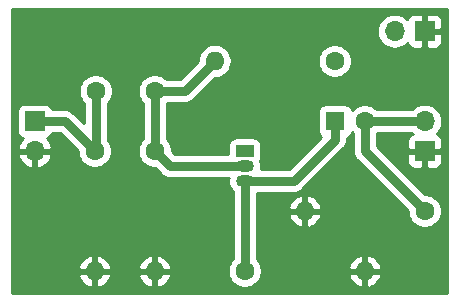
<source format=gbr>
G04 #@! TF.GenerationSoftware,KiCad,Pcbnew,(5.1.2-1)-1*
G04 #@! TF.CreationDate,2019-07-20T09:19:37-07:00*
G04 #@! TF.ProjectId,Buffer,42756666-6572-42e6-9b69-6361645f7063,rev?*
G04 #@! TF.SameCoordinates,Original*
G04 #@! TF.FileFunction,Copper,L1,Top*
G04 #@! TF.FilePolarity,Positive*
%FSLAX46Y46*%
G04 Gerber Fmt 4.6, Leading zero omitted, Abs format (unit mm)*
G04 Created by KiCad (PCBNEW (5.1.2-1)-1) date 2019-07-20 09:19:37*
%MOMM*%
%LPD*%
G04 APERTURE LIST*
%ADD10O,1.700000X1.700000*%
%ADD11R,1.700000X1.700000*%
%ADD12O,1.600000X1.600000*%
%ADD13C,1.600000*%
%ADD14R,1.500000X1.050000*%
%ADD15O,1.500000X1.050000*%
%ADD16R,1.600000X1.600000*%
%ADD17C,0.762000*%
%ADD18C,0.254000*%
G04 APERTURE END LIST*
D10*
X160020000Y-78740000D03*
D11*
X162560000Y-78740000D03*
D12*
X152400000Y-93980000D03*
D13*
X162560000Y-93980000D03*
D12*
X157480000Y-99060000D03*
D13*
X147320000Y-99060000D03*
D12*
X139700000Y-99060000D03*
D13*
X139700000Y-88900000D03*
D12*
X144780000Y-81280000D03*
D13*
X154940000Y-81280000D03*
D12*
X134620000Y-99060000D03*
D13*
X134620000Y-88900000D03*
D14*
X147320000Y-88900000D03*
D15*
X147320000Y-91440000D03*
X147320000Y-90170000D03*
D10*
X162560000Y-86360000D03*
D11*
X162560000Y-88900000D03*
D10*
X129540000Y-88900000D03*
D11*
X129540000Y-86360000D03*
D13*
X157480000Y-86360000D03*
D16*
X154980000Y-86360000D03*
D13*
X134700000Y-83820000D03*
X139700000Y-83820000D03*
D17*
X132080000Y-86360000D02*
X134620000Y-88900000D01*
X129540000Y-86360000D02*
X132080000Y-86360000D01*
X134700000Y-88820000D02*
X134620000Y-88900000D01*
X134700000Y-83820000D02*
X134700000Y-88820000D01*
X139700000Y-88900000D02*
X139700000Y-83820000D01*
X142240000Y-83820000D02*
X144780000Y-81280000D01*
X139700000Y-83820000D02*
X142240000Y-83820000D01*
X140970000Y-90170000D02*
X139700000Y-88900000D01*
X147320000Y-90170000D02*
X140970000Y-90170000D01*
X157480000Y-86360000D02*
X162560000Y-86360000D01*
X157480000Y-88900000D02*
X157480000Y-86360000D01*
X162560000Y-93980000D02*
X157480000Y-88900000D01*
X147320000Y-91440000D02*
X147320000Y-99060000D01*
X154980000Y-87922000D02*
X154980000Y-86360000D01*
X151462000Y-91440000D02*
X154980000Y-87922000D01*
X147320000Y-91440000D02*
X151462000Y-91440000D01*
D18*
G36*
X164440001Y-100940000D02*
G01*
X127660000Y-100940000D01*
X127660000Y-99409040D01*
X133228091Y-99409040D01*
X133322930Y-99673881D01*
X133467615Y-99915131D01*
X133656586Y-100123519D01*
X133882580Y-100291037D01*
X134136913Y-100411246D01*
X134270961Y-100451904D01*
X134493000Y-100329915D01*
X134493000Y-99187000D01*
X134747000Y-99187000D01*
X134747000Y-100329915D01*
X134969039Y-100451904D01*
X135103087Y-100411246D01*
X135357420Y-100291037D01*
X135583414Y-100123519D01*
X135772385Y-99915131D01*
X135917070Y-99673881D01*
X136011909Y-99409040D01*
X138308091Y-99409040D01*
X138402930Y-99673881D01*
X138547615Y-99915131D01*
X138736586Y-100123519D01*
X138962580Y-100291037D01*
X139216913Y-100411246D01*
X139350961Y-100451904D01*
X139573000Y-100329915D01*
X139573000Y-99187000D01*
X139827000Y-99187000D01*
X139827000Y-100329915D01*
X140049039Y-100451904D01*
X140183087Y-100411246D01*
X140437420Y-100291037D01*
X140663414Y-100123519D01*
X140852385Y-99915131D01*
X140997070Y-99673881D01*
X141091909Y-99409040D01*
X140970624Y-99187000D01*
X139827000Y-99187000D01*
X139573000Y-99187000D01*
X138429376Y-99187000D01*
X138308091Y-99409040D01*
X136011909Y-99409040D01*
X135890624Y-99187000D01*
X134747000Y-99187000D01*
X134493000Y-99187000D01*
X133349376Y-99187000D01*
X133228091Y-99409040D01*
X127660000Y-99409040D01*
X127660000Y-98710960D01*
X133228091Y-98710960D01*
X133349376Y-98933000D01*
X134493000Y-98933000D01*
X134493000Y-97790085D01*
X134747000Y-97790085D01*
X134747000Y-98933000D01*
X135890624Y-98933000D01*
X136011909Y-98710960D01*
X138308091Y-98710960D01*
X138429376Y-98933000D01*
X139573000Y-98933000D01*
X139573000Y-97790085D01*
X139827000Y-97790085D01*
X139827000Y-98933000D01*
X140970624Y-98933000D01*
X141091909Y-98710960D01*
X140997070Y-98446119D01*
X140852385Y-98204869D01*
X140663414Y-97996481D01*
X140437420Y-97828963D01*
X140183087Y-97708754D01*
X140049039Y-97668096D01*
X139827000Y-97790085D01*
X139573000Y-97790085D01*
X139350961Y-97668096D01*
X139216913Y-97708754D01*
X138962580Y-97828963D01*
X138736586Y-97996481D01*
X138547615Y-98204869D01*
X138402930Y-98446119D01*
X138308091Y-98710960D01*
X136011909Y-98710960D01*
X135917070Y-98446119D01*
X135772385Y-98204869D01*
X135583414Y-97996481D01*
X135357420Y-97828963D01*
X135103087Y-97708754D01*
X134969039Y-97668096D01*
X134747000Y-97790085D01*
X134493000Y-97790085D01*
X134270961Y-97668096D01*
X134136913Y-97708754D01*
X133882580Y-97828963D01*
X133656586Y-97996481D01*
X133467615Y-98204869D01*
X133322930Y-98446119D01*
X133228091Y-98710960D01*
X127660000Y-98710960D01*
X127660000Y-89256890D01*
X128098524Y-89256890D01*
X128143175Y-89404099D01*
X128268359Y-89666920D01*
X128442412Y-89900269D01*
X128658645Y-90095178D01*
X128908748Y-90244157D01*
X129183109Y-90341481D01*
X129413000Y-90220814D01*
X129413000Y-89027000D01*
X129667000Y-89027000D01*
X129667000Y-90220814D01*
X129896891Y-90341481D01*
X130171252Y-90244157D01*
X130421355Y-90095178D01*
X130637588Y-89900269D01*
X130811641Y-89666920D01*
X130936825Y-89404099D01*
X130981476Y-89256890D01*
X130860155Y-89027000D01*
X129667000Y-89027000D01*
X129413000Y-89027000D01*
X128219845Y-89027000D01*
X128098524Y-89256890D01*
X127660000Y-89256890D01*
X127660000Y-85510000D01*
X128051928Y-85510000D01*
X128051928Y-87210000D01*
X128064188Y-87334482D01*
X128100498Y-87454180D01*
X128159463Y-87564494D01*
X128238815Y-87661185D01*
X128335506Y-87740537D01*
X128445820Y-87799502D01*
X128526466Y-87823966D01*
X128442412Y-87899731D01*
X128268359Y-88133080D01*
X128143175Y-88395901D01*
X128098524Y-88543110D01*
X128219845Y-88773000D01*
X129413000Y-88773000D01*
X129413000Y-88753000D01*
X129667000Y-88753000D01*
X129667000Y-88773000D01*
X130860155Y-88773000D01*
X130981476Y-88543110D01*
X130936825Y-88395901D01*
X130811641Y-88133080D01*
X130637588Y-87899731D01*
X130553534Y-87823966D01*
X130634180Y-87799502D01*
X130744494Y-87740537D01*
X130841185Y-87661185D01*
X130920537Y-87564494D01*
X130979502Y-87454180D01*
X131003218Y-87376000D01*
X131659160Y-87376000D01*
X133185000Y-88901841D01*
X133185000Y-89041335D01*
X133240147Y-89318574D01*
X133348320Y-89579727D01*
X133505363Y-89814759D01*
X133705241Y-90014637D01*
X133940273Y-90171680D01*
X134201426Y-90279853D01*
X134478665Y-90335000D01*
X134761335Y-90335000D01*
X135038574Y-90279853D01*
X135299727Y-90171680D01*
X135534759Y-90014637D01*
X135734637Y-89814759D01*
X135891680Y-89579727D01*
X135999853Y-89318574D01*
X136055000Y-89041335D01*
X136055000Y-88758665D01*
X135999853Y-88481426D01*
X135891680Y-88220273D01*
X135734637Y-87985241D01*
X135716000Y-87966604D01*
X135716000Y-84833396D01*
X135814637Y-84734759D01*
X135971680Y-84499727D01*
X136079853Y-84238574D01*
X136135000Y-83961335D01*
X136135000Y-83678665D01*
X138265000Y-83678665D01*
X138265000Y-83961335D01*
X138320147Y-84238574D01*
X138428320Y-84499727D01*
X138585363Y-84734759D01*
X138684001Y-84833397D01*
X138684000Y-87886604D01*
X138585363Y-87985241D01*
X138428320Y-88220273D01*
X138320147Y-88481426D01*
X138265000Y-88758665D01*
X138265000Y-89041335D01*
X138320147Y-89318574D01*
X138428320Y-89579727D01*
X138585363Y-89814759D01*
X138785241Y-90014637D01*
X139020273Y-90171680D01*
X139281426Y-90279853D01*
X139558665Y-90335000D01*
X139698159Y-90335000D01*
X140216292Y-90853133D01*
X140248104Y-90891896D01*
X140402810Y-91018860D01*
X140579313Y-91113202D01*
X140770829Y-91171298D01*
X140920098Y-91186000D01*
X140920105Y-91186000D01*
X140969999Y-91190914D01*
X141019893Y-91186000D01*
X145959854Y-91186000D01*
X145951785Y-91212600D01*
X145929388Y-91440000D01*
X145951785Y-91667400D01*
X146018115Y-91886060D01*
X146125829Y-92087579D01*
X146270788Y-92264212D01*
X146304000Y-92291468D01*
X146304001Y-98046603D01*
X146205363Y-98145241D01*
X146048320Y-98380273D01*
X145940147Y-98641426D01*
X145885000Y-98918665D01*
X145885000Y-99201335D01*
X145940147Y-99478574D01*
X146048320Y-99739727D01*
X146205363Y-99974759D01*
X146405241Y-100174637D01*
X146640273Y-100331680D01*
X146901426Y-100439853D01*
X147178665Y-100495000D01*
X147461335Y-100495000D01*
X147738574Y-100439853D01*
X147999727Y-100331680D01*
X148234759Y-100174637D01*
X148434637Y-99974759D01*
X148591680Y-99739727D01*
X148699853Y-99478574D01*
X148713684Y-99409039D01*
X156088096Y-99409039D01*
X156128754Y-99543087D01*
X156248963Y-99797420D01*
X156416481Y-100023414D01*
X156624869Y-100212385D01*
X156866119Y-100357070D01*
X157130960Y-100451909D01*
X157353000Y-100330624D01*
X157353000Y-99187000D01*
X157607000Y-99187000D01*
X157607000Y-100330624D01*
X157829040Y-100451909D01*
X158093881Y-100357070D01*
X158335131Y-100212385D01*
X158543519Y-100023414D01*
X158711037Y-99797420D01*
X158831246Y-99543087D01*
X158871904Y-99409039D01*
X158749915Y-99187000D01*
X157607000Y-99187000D01*
X157353000Y-99187000D01*
X156210085Y-99187000D01*
X156088096Y-99409039D01*
X148713684Y-99409039D01*
X148755000Y-99201335D01*
X148755000Y-98918665D01*
X148713685Y-98710961D01*
X156088096Y-98710961D01*
X156210085Y-98933000D01*
X157353000Y-98933000D01*
X157353000Y-97789376D01*
X157607000Y-97789376D01*
X157607000Y-98933000D01*
X158749915Y-98933000D01*
X158871904Y-98710961D01*
X158831246Y-98576913D01*
X158711037Y-98322580D01*
X158543519Y-98096586D01*
X158335131Y-97907615D01*
X158093881Y-97762930D01*
X157829040Y-97668091D01*
X157607000Y-97789376D01*
X157353000Y-97789376D01*
X157130960Y-97668091D01*
X156866119Y-97762930D01*
X156624869Y-97907615D01*
X156416481Y-98096586D01*
X156248963Y-98322580D01*
X156128754Y-98576913D01*
X156088096Y-98710961D01*
X148713685Y-98710961D01*
X148699853Y-98641426D01*
X148591680Y-98380273D01*
X148434637Y-98145241D01*
X148336000Y-98046604D01*
X148336000Y-94329039D01*
X151008096Y-94329039D01*
X151048754Y-94463087D01*
X151168963Y-94717420D01*
X151336481Y-94943414D01*
X151544869Y-95132385D01*
X151786119Y-95277070D01*
X152050960Y-95371909D01*
X152273000Y-95250624D01*
X152273000Y-94107000D01*
X152527000Y-94107000D01*
X152527000Y-95250624D01*
X152749040Y-95371909D01*
X153013881Y-95277070D01*
X153255131Y-95132385D01*
X153463519Y-94943414D01*
X153631037Y-94717420D01*
X153751246Y-94463087D01*
X153791904Y-94329039D01*
X153669915Y-94107000D01*
X152527000Y-94107000D01*
X152273000Y-94107000D01*
X151130085Y-94107000D01*
X151008096Y-94329039D01*
X148336000Y-94329039D01*
X148336000Y-93630961D01*
X151008096Y-93630961D01*
X151130085Y-93853000D01*
X152273000Y-93853000D01*
X152273000Y-92709376D01*
X152527000Y-92709376D01*
X152527000Y-93853000D01*
X153669915Y-93853000D01*
X153791904Y-93630961D01*
X153751246Y-93496913D01*
X153631037Y-93242580D01*
X153463519Y-93016586D01*
X153255131Y-92827615D01*
X153013881Y-92682930D01*
X152749040Y-92588091D01*
X152527000Y-92709376D01*
X152273000Y-92709376D01*
X152050960Y-92588091D01*
X151786119Y-92682930D01*
X151544869Y-92827615D01*
X151336481Y-93016586D01*
X151168963Y-93242580D01*
X151048754Y-93496913D01*
X151008096Y-93630961D01*
X148336000Y-93630961D01*
X148336000Y-92456000D01*
X151412098Y-92456000D01*
X151462000Y-92460915D01*
X151511902Y-92456000D01*
X151661171Y-92441298D01*
X151852687Y-92383202D01*
X152029190Y-92288860D01*
X152183896Y-92161896D01*
X152215712Y-92123128D01*
X155663133Y-88675708D01*
X155701896Y-88643896D01*
X155828860Y-88489190D01*
X155923202Y-88312687D01*
X155981298Y-88121171D01*
X155996000Y-87971902D01*
X155996000Y-87971895D01*
X156000914Y-87922001D01*
X155996000Y-87872107D01*
X155996000Y-87758050D01*
X156024180Y-87749502D01*
X156134494Y-87690537D01*
X156231185Y-87611185D01*
X156310537Y-87514494D01*
X156369502Y-87404180D01*
X156398661Y-87308057D01*
X156464001Y-87373397D01*
X156464000Y-88850098D01*
X156459085Y-88900000D01*
X156464000Y-88949901D01*
X156478702Y-89099170D01*
X156536798Y-89290686D01*
X156631140Y-89467190D01*
X156758104Y-89621896D01*
X156796872Y-89653712D01*
X161125000Y-93981841D01*
X161125000Y-94121335D01*
X161180147Y-94398574D01*
X161288320Y-94659727D01*
X161445363Y-94894759D01*
X161645241Y-95094637D01*
X161880273Y-95251680D01*
X162141426Y-95359853D01*
X162418665Y-95415000D01*
X162701335Y-95415000D01*
X162978574Y-95359853D01*
X163239727Y-95251680D01*
X163474759Y-95094637D01*
X163674637Y-94894759D01*
X163831680Y-94659727D01*
X163939853Y-94398574D01*
X163995000Y-94121335D01*
X163995000Y-93838665D01*
X163939853Y-93561426D01*
X163831680Y-93300273D01*
X163674637Y-93065241D01*
X163474759Y-92865363D01*
X163239727Y-92708320D01*
X162978574Y-92600147D01*
X162701335Y-92545000D01*
X162561841Y-92545000D01*
X159766841Y-89750000D01*
X161071928Y-89750000D01*
X161084188Y-89874482D01*
X161120498Y-89994180D01*
X161179463Y-90104494D01*
X161258815Y-90201185D01*
X161355506Y-90280537D01*
X161465820Y-90339502D01*
X161585518Y-90375812D01*
X161710000Y-90388072D01*
X162274250Y-90385000D01*
X162433000Y-90226250D01*
X162433000Y-89027000D01*
X162687000Y-89027000D01*
X162687000Y-90226250D01*
X162845750Y-90385000D01*
X163410000Y-90388072D01*
X163534482Y-90375812D01*
X163654180Y-90339502D01*
X163764494Y-90280537D01*
X163861185Y-90201185D01*
X163940537Y-90104494D01*
X163999502Y-89994180D01*
X164035812Y-89874482D01*
X164048072Y-89750000D01*
X164045000Y-89185750D01*
X163886250Y-89027000D01*
X162687000Y-89027000D01*
X162433000Y-89027000D01*
X161233750Y-89027000D01*
X161075000Y-89185750D01*
X161071928Y-89750000D01*
X159766841Y-89750000D01*
X158496000Y-88479160D01*
X158496000Y-87376000D01*
X161472750Y-87376000D01*
X161504866Y-87415134D01*
X161534687Y-87439607D01*
X161465820Y-87460498D01*
X161355506Y-87519463D01*
X161258815Y-87598815D01*
X161179463Y-87695506D01*
X161120498Y-87805820D01*
X161084188Y-87925518D01*
X161071928Y-88050000D01*
X161075000Y-88614250D01*
X161233750Y-88773000D01*
X162433000Y-88773000D01*
X162433000Y-88753000D01*
X162687000Y-88753000D01*
X162687000Y-88773000D01*
X163886250Y-88773000D01*
X164045000Y-88614250D01*
X164048072Y-88050000D01*
X164035812Y-87925518D01*
X163999502Y-87805820D01*
X163940537Y-87695506D01*
X163861185Y-87598815D01*
X163764494Y-87519463D01*
X163654180Y-87460498D01*
X163585313Y-87439607D01*
X163615134Y-87415134D01*
X163800706Y-87189014D01*
X163938599Y-86931034D01*
X164023513Y-86651111D01*
X164052185Y-86360000D01*
X164023513Y-86068889D01*
X163938599Y-85788966D01*
X163800706Y-85530986D01*
X163615134Y-85304866D01*
X163389014Y-85119294D01*
X163131034Y-84981401D01*
X162851111Y-84896487D01*
X162632950Y-84875000D01*
X162487050Y-84875000D01*
X162268889Y-84896487D01*
X161988966Y-84981401D01*
X161730986Y-85119294D01*
X161504866Y-85304866D01*
X161472750Y-85344000D01*
X158493396Y-85344000D01*
X158394759Y-85245363D01*
X158159727Y-85088320D01*
X157898574Y-84980147D01*
X157621335Y-84925000D01*
X157338665Y-84925000D01*
X157061426Y-84980147D01*
X156800273Y-85088320D01*
X156565241Y-85245363D01*
X156398661Y-85411943D01*
X156369502Y-85315820D01*
X156310537Y-85205506D01*
X156231185Y-85108815D01*
X156134494Y-85029463D01*
X156024180Y-84970498D01*
X155904482Y-84934188D01*
X155780000Y-84921928D01*
X154180000Y-84921928D01*
X154055518Y-84934188D01*
X153935820Y-84970498D01*
X153825506Y-85029463D01*
X153728815Y-85108815D01*
X153649463Y-85205506D01*
X153590498Y-85315820D01*
X153554188Y-85435518D01*
X153541928Y-85560000D01*
X153541928Y-87160000D01*
X153554188Y-87284482D01*
X153590498Y-87404180D01*
X153649463Y-87514494D01*
X153728815Y-87611185D01*
X153797558Y-87667601D01*
X151041160Y-90424000D01*
X148680146Y-90424000D01*
X148688215Y-90397400D01*
X148710612Y-90170000D01*
X148688215Y-89942600D01*
X148624907Y-89733902D01*
X148659502Y-89669180D01*
X148695812Y-89549482D01*
X148708072Y-89425000D01*
X148708072Y-88375000D01*
X148695812Y-88250518D01*
X148659502Y-88130820D01*
X148600537Y-88020506D01*
X148521185Y-87923815D01*
X148424494Y-87844463D01*
X148314180Y-87785498D01*
X148194482Y-87749188D01*
X148070000Y-87736928D01*
X146570000Y-87736928D01*
X146445518Y-87749188D01*
X146325820Y-87785498D01*
X146215506Y-87844463D01*
X146118815Y-87923815D01*
X146039463Y-88020506D01*
X145980498Y-88130820D01*
X145944188Y-88250518D01*
X145931928Y-88375000D01*
X145931928Y-89154000D01*
X141390841Y-89154000D01*
X141135000Y-88898159D01*
X141135000Y-88758665D01*
X141079853Y-88481426D01*
X140971680Y-88220273D01*
X140814637Y-87985241D01*
X140716000Y-87886604D01*
X140716000Y-84836000D01*
X142190098Y-84836000D01*
X142240000Y-84840915D01*
X142289902Y-84836000D01*
X142439171Y-84821298D01*
X142630687Y-84763202D01*
X142807190Y-84668860D01*
X142961896Y-84541896D01*
X142993712Y-84503128D01*
X144781841Y-82715000D01*
X144850492Y-82715000D01*
X145061309Y-82694236D01*
X145331808Y-82612182D01*
X145581101Y-82478932D01*
X145799608Y-82299608D01*
X145978932Y-82081101D01*
X146112182Y-81831808D01*
X146194236Y-81561309D01*
X146221943Y-81280000D01*
X146208023Y-81138665D01*
X153505000Y-81138665D01*
X153505000Y-81421335D01*
X153560147Y-81698574D01*
X153668320Y-81959727D01*
X153825363Y-82194759D01*
X154025241Y-82394637D01*
X154260273Y-82551680D01*
X154521426Y-82659853D01*
X154798665Y-82715000D01*
X155081335Y-82715000D01*
X155358574Y-82659853D01*
X155619727Y-82551680D01*
X155854759Y-82394637D01*
X156054637Y-82194759D01*
X156211680Y-81959727D01*
X156319853Y-81698574D01*
X156375000Y-81421335D01*
X156375000Y-81138665D01*
X156319853Y-80861426D01*
X156211680Y-80600273D01*
X156054637Y-80365241D01*
X155854759Y-80165363D01*
X155619727Y-80008320D01*
X155358574Y-79900147D01*
X155081335Y-79845000D01*
X154798665Y-79845000D01*
X154521426Y-79900147D01*
X154260273Y-80008320D01*
X154025241Y-80165363D01*
X153825363Y-80365241D01*
X153668320Y-80600273D01*
X153560147Y-80861426D01*
X153505000Y-81138665D01*
X146208023Y-81138665D01*
X146194236Y-80998691D01*
X146112182Y-80728192D01*
X145978932Y-80478899D01*
X145799608Y-80260392D01*
X145581101Y-80081068D01*
X145331808Y-79947818D01*
X145061309Y-79865764D01*
X144850492Y-79845000D01*
X144709508Y-79845000D01*
X144498691Y-79865764D01*
X144228192Y-79947818D01*
X143978899Y-80081068D01*
X143760392Y-80260392D01*
X143581068Y-80478899D01*
X143447818Y-80728192D01*
X143365764Y-80998691D01*
X143338057Y-81280000D01*
X143338514Y-81284645D01*
X141819160Y-82804000D01*
X140713396Y-82804000D01*
X140614759Y-82705363D01*
X140379727Y-82548320D01*
X140118574Y-82440147D01*
X139841335Y-82385000D01*
X139558665Y-82385000D01*
X139281426Y-82440147D01*
X139020273Y-82548320D01*
X138785241Y-82705363D01*
X138585363Y-82905241D01*
X138428320Y-83140273D01*
X138320147Y-83401426D01*
X138265000Y-83678665D01*
X136135000Y-83678665D01*
X136079853Y-83401426D01*
X135971680Y-83140273D01*
X135814637Y-82905241D01*
X135614759Y-82705363D01*
X135379727Y-82548320D01*
X135118574Y-82440147D01*
X134841335Y-82385000D01*
X134558665Y-82385000D01*
X134281426Y-82440147D01*
X134020273Y-82548320D01*
X133785241Y-82705363D01*
X133585363Y-82905241D01*
X133428320Y-83140273D01*
X133320147Y-83401426D01*
X133265000Y-83678665D01*
X133265000Y-83961335D01*
X133320147Y-84238574D01*
X133428320Y-84499727D01*
X133585363Y-84734759D01*
X133684000Y-84833396D01*
X133684001Y-86527160D01*
X132833712Y-85676872D01*
X132801896Y-85638104D01*
X132647190Y-85511140D01*
X132470687Y-85416798D01*
X132279171Y-85358702D01*
X132129902Y-85344000D01*
X132080000Y-85339085D01*
X132030098Y-85344000D01*
X131003218Y-85344000D01*
X130979502Y-85265820D01*
X130920537Y-85155506D01*
X130841185Y-85058815D01*
X130744494Y-84979463D01*
X130634180Y-84920498D01*
X130514482Y-84884188D01*
X130390000Y-84871928D01*
X128690000Y-84871928D01*
X128565518Y-84884188D01*
X128445820Y-84920498D01*
X128335506Y-84979463D01*
X128238815Y-85058815D01*
X128159463Y-85155506D01*
X128100498Y-85265820D01*
X128064188Y-85385518D01*
X128051928Y-85510000D01*
X127660000Y-85510000D01*
X127660000Y-78740000D01*
X158527815Y-78740000D01*
X158556487Y-79031111D01*
X158641401Y-79311034D01*
X158779294Y-79569014D01*
X158964866Y-79795134D01*
X159190986Y-79980706D01*
X159448966Y-80118599D01*
X159728889Y-80203513D01*
X159947050Y-80225000D01*
X160092950Y-80225000D01*
X160311111Y-80203513D01*
X160591034Y-80118599D01*
X160849014Y-79980706D01*
X161075134Y-79795134D01*
X161099607Y-79765313D01*
X161120498Y-79834180D01*
X161179463Y-79944494D01*
X161258815Y-80041185D01*
X161355506Y-80120537D01*
X161465820Y-80179502D01*
X161585518Y-80215812D01*
X161710000Y-80228072D01*
X162274250Y-80225000D01*
X162433000Y-80066250D01*
X162433000Y-78867000D01*
X162687000Y-78867000D01*
X162687000Y-80066250D01*
X162845750Y-80225000D01*
X163410000Y-80228072D01*
X163534482Y-80215812D01*
X163654180Y-80179502D01*
X163764494Y-80120537D01*
X163861185Y-80041185D01*
X163940537Y-79944494D01*
X163999502Y-79834180D01*
X164035812Y-79714482D01*
X164048072Y-79590000D01*
X164045000Y-79025750D01*
X163886250Y-78867000D01*
X162687000Y-78867000D01*
X162433000Y-78867000D01*
X162413000Y-78867000D01*
X162413000Y-78613000D01*
X162433000Y-78613000D01*
X162433000Y-77413750D01*
X162687000Y-77413750D01*
X162687000Y-78613000D01*
X163886250Y-78613000D01*
X164045000Y-78454250D01*
X164048072Y-77890000D01*
X164035812Y-77765518D01*
X163999502Y-77645820D01*
X163940537Y-77535506D01*
X163861185Y-77438815D01*
X163764494Y-77359463D01*
X163654180Y-77300498D01*
X163534482Y-77264188D01*
X163410000Y-77251928D01*
X162845750Y-77255000D01*
X162687000Y-77413750D01*
X162433000Y-77413750D01*
X162274250Y-77255000D01*
X161710000Y-77251928D01*
X161585518Y-77264188D01*
X161465820Y-77300498D01*
X161355506Y-77359463D01*
X161258815Y-77438815D01*
X161179463Y-77535506D01*
X161120498Y-77645820D01*
X161099607Y-77714687D01*
X161075134Y-77684866D01*
X160849014Y-77499294D01*
X160591034Y-77361401D01*
X160311111Y-77276487D01*
X160092950Y-77255000D01*
X159947050Y-77255000D01*
X159728889Y-77276487D01*
X159448966Y-77361401D01*
X159190986Y-77499294D01*
X158964866Y-77684866D01*
X158779294Y-77910986D01*
X158641401Y-78168966D01*
X158556487Y-78448889D01*
X158527815Y-78740000D01*
X127660000Y-78740000D01*
X127660000Y-76860000D01*
X164440000Y-76860000D01*
X164440001Y-100940000D01*
X164440001Y-100940000D01*
G37*
X164440001Y-100940000D02*
X127660000Y-100940000D01*
X127660000Y-99409040D01*
X133228091Y-99409040D01*
X133322930Y-99673881D01*
X133467615Y-99915131D01*
X133656586Y-100123519D01*
X133882580Y-100291037D01*
X134136913Y-100411246D01*
X134270961Y-100451904D01*
X134493000Y-100329915D01*
X134493000Y-99187000D01*
X134747000Y-99187000D01*
X134747000Y-100329915D01*
X134969039Y-100451904D01*
X135103087Y-100411246D01*
X135357420Y-100291037D01*
X135583414Y-100123519D01*
X135772385Y-99915131D01*
X135917070Y-99673881D01*
X136011909Y-99409040D01*
X138308091Y-99409040D01*
X138402930Y-99673881D01*
X138547615Y-99915131D01*
X138736586Y-100123519D01*
X138962580Y-100291037D01*
X139216913Y-100411246D01*
X139350961Y-100451904D01*
X139573000Y-100329915D01*
X139573000Y-99187000D01*
X139827000Y-99187000D01*
X139827000Y-100329915D01*
X140049039Y-100451904D01*
X140183087Y-100411246D01*
X140437420Y-100291037D01*
X140663414Y-100123519D01*
X140852385Y-99915131D01*
X140997070Y-99673881D01*
X141091909Y-99409040D01*
X140970624Y-99187000D01*
X139827000Y-99187000D01*
X139573000Y-99187000D01*
X138429376Y-99187000D01*
X138308091Y-99409040D01*
X136011909Y-99409040D01*
X135890624Y-99187000D01*
X134747000Y-99187000D01*
X134493000Y-99187000D01*
X133349376Y-99187000D01*
X133228091Y-99409040D01*
X127660000Y-99409040D01*
X127660000Y-98710960D01*
X133228091Y-98710960D01*
X133349376Y-98933000D01*
X134493000Y-98933000D01*
X134493000Y-97790085D01*
X134747000Y-97790085D01*
X134747000Y-98933000D01*
X135890624Y-98933000D01*
X136011909Y-98710960D01*
X138308091Y-98710960D01*
X138429376Y-98933000D01*
X139573000Y-98933000D01*
X139573000Y-97790085D01*
X139827000Y-97790085D01*
X139827000Y-98933000D01*
X140970624Y-98933000D01*
X141091909Y-98710960D01*
X140997070Y-98446119D01*
X140852385Y-98204869D01*
X140663414Y-97996481D01*
X140437420Y-97828963D01*
X140183087Y-97708754D01*
X140049039Y-97668096D01*
X139827000Y-97790085D01*
X139573000Y-97790085D01*
X139350961Y-97668096D01*
X139216913Y-97708754D01*
X138962580Y-97828963D01*
X138736586Y-97996481D01*
X138547615Y-98204869D01*
X138402930Y-98446119D01*
X138308091Y-98710960D01*
X136011909Y-98710960D01*
X135917070Y-98446119D01*
X135772385Y-98204869D01*
X135583414Y-97996481D01*
X135357420Y-97828963D01*
X135103087Y-97708754D01*
X134969039Y-97668096D01*
X134747000Y-97790085D01*
X134493000Y-97790085D01*
X134270961Y-97668096D01*
X134136913Y-97708754D01*
X133882580Y-97828963D01*
X133656586Y-97996481D01*
X133467615Y-98204869D01*
X133322930Y-98446119D01*
X133228091Y-98710960D01*
X127660000Y-98710960D01*
X127660000Y-89256890D01*
X128098524Y-89256890D01*
X128143175Y-89404099D01*
X128268359Y-89666920D01*
X128442412Y-89900269D01*
X128658645Y-90095178D01*
X128908748Y-90244157D01*
X129183109Y-90341481D01*
X129413000Y-90220814D01*
X129413000Y-89027000D01*
X129667000Y-89027000D01*
X129667000Y-90220814D01*
X129896891Y-90341481D01*
X130171252Y-90244157D01*
X130421355Y-90095178D01*
X130637588Y-89900269D01*
X130811641Y-89666920D01*
X130936825Y-89404099D01*
X130981476Y-89256890D01*
X130860155Y-89027000D01*
X129667000Y-89027000D01*
X129413000Y-89027000D01*
X128219845Y-89027000D01*
X128098524Y-89256890D01*
X127660000Y-89256890D01*
X127660000Y-85510000D01*
X128051928Y-85510000D01*
X128051928Y-87210000D01*
X128064188Y-87334482D01*
X128100498Y-87454180D01*
X128159463Y-87564494D01*
X128238815Y-87661185D01*
X128335506Y-87740537D01*
X128445820Y-87799502D01*
X128526466Y-87823966D01*
X128442412Y-87899731D01*
X128268359Y-88133080D01*
X128143175Y-88395901D01*
X128098524Y-88543110D01*
X128219845Y-88773000D01*
X129413000Y-88773000D01*
X129413000Y-88753000D01*
X129667000Y-88753000D01*
X129667000Y-88773000D01*
X130860155Y-88773000D01*
X130981476Y-88543110D01*
X130936825Y-88395901D01*
X130811641Y-88133080D01*
X130637588Y-87899731D01*
X130553534Y-87823966D01*
X130634180Y-87799502D01*
X130744494Y-87740537D01*
X130841185Y-87661185D01*
X130920537Y-87564494D01*
X130979502Y-87454180D01*
X131003218Y-87376000D01*
X131659160Y-87376000D01*
X133185000Y-88901841D01*
X133185000Y-89041335D01*
X133240147Y-89318574D01*
X133348320Y-89579727D01*
X133505363Y-89814759D01*
X133705241Y-90014637D01*
X133940273Y-90171680D01*
X134201426Y-90279853D01*
X134478665Y-90335000D01*
X134761335Y-90335000D01*
X135038574Y-90279853D01*
X135299727Y-90171680D01*
X135534759Y-90014637D01*
X135734637Y-89814759D01*
X135891680Y-89579727D01*
X135999853Y-89318574D01*
X136055000Y-89041335D01*
X136055000Y-88758665D01*
X135999853Y-88481426D01*
X135891680Y-88220273D01*
X135734637Y-87985241D01*
X135716000Y-87966604D01*
X135716000Y-84833396D01*
X135814637Y-84734759D01*
X135971680Y-84499727D01*
X136079853Y-84238574D01*
X136135000Y-83961335D01*
X136135000Y-83678665D01*
X138265000Y-83678665D01*
X138265000Y-83961335D01*
X138320147Y-84238574D01*
X138428320Y-84499727D01*
X138585363Y-84734759D01*
X138684001Y-84833397D01*
X138684000Y-87886604D01*
X138585363Y-87985241D01*
X138428320Y-88220273D01*
X138320147Y-88481426D01*
X138265000Y-88758665D01*
X138265000Y-89041335D01*
X138320147Y-89318574D01*
X138428320Y-89579727D01*
X138585363Y-89814759D01*
X138785241Y-90014637D01*
X139020273Y-90171680D01*
X139281426Y-90279853D01*
X139558665Y-90335000D01*
X139698159Y-90335000D01*
X140216292Y-90853133D01*
X140248104Y-90891896D01*
X140402810Y-91018860D01*
X140579313Y-91113202D01*
X140770829Y-91171298D01*
X140920098Y-91186000D01*
X140920105Y-91186000D01*
X140969999Y-91190914D01*
X141019893Y-91186000D01*
X145959854Y-91186000D01*
X145951785Y-91212600D01*
X145929388Y-91440000D01*
X145951785Y-91667400D01*
X146018115Y-91886060D01*
X146125829Y-92087579D01*
X146270788Y-92264212D01*
X146304000Y-92291468D01*
X146304001Y-98046603D01*
X146205363Y-98145241D01*
X146048320Y-98380273D01*
X145940147Y-98641426D01*
X145885000Y-98918665D01*
X145885000Y-99201335D01*
X145940147Y-99478574D01*
X146048320Y-99739727D01*
X146205363Y-99974759D01*
X146405241Y-100174637D01*
X146640273Y-100331680D01*
X146901426Y-100439853D01*
X147178665Y-100495000D01*
X147461335Y-100495000D01*
X147738574Y-100439853D01*
X147999727Y-100331680D01*
X148234759Y-100174637D01*
X148434637Y-99974759D01*
X148591680Y-99739727D01*
X148699853Y-99478574D01*
X148713684Y-99409039D01*
X156088096Y-99409039D01*
X156128754Y-99543087D01*
X156248963Y-99797420D01*
X156416481Y-100023414D01*
X156624869Y-100212385D01*
X156866119Y-100357070D01*
X157130960Y-100451909D01*
X157353000Y-100330624D01*
X157353000Y-99187000D01*
X157607000Y-99187000D01*
X157607000Y-100330624D01*
X157829040Y-100451909D01*
X158093881Y-100357070D01*
X158335131Y-100212385D01*
X158543519Y-100023414D01*
X158711037Y-99797420D01*
X158831246Y-99543087D01*
X158871904Y-99409039D01*
X158749915Y-99187000D01*
X157607000Y-99187000D01*
X157353000Y-99187000D01*
X156210085Y-99187000D01*
X156088096Y-99409039D01*
X148713684Y-99409039D01*
X148755000Y-99201335D01*
X148755000Y-98918665D01*
X148713685Y-98710961D01*
X156088096Y-98710961D01*
X156210085Y-98933000D01*
X157353000Y-98933000D01*
X157353000Y-97789376D01*
X157607000Y-97789376D01*
X157607000Y-98933000D01*
X158749915Y-98933000D01*
X158871904Y-98710961D01*
X158831246Y-98576913D01*
X158711037Y-98322580D01*
X158543519Y-98096586D01*
X158335131Y-97907615D01*
X158093881Y-97762930D01*
X157829040Y-97668091D01*
X157607000Y-97789376D01*
X157353000Y-97789376D01*
X157130960Y-97668091D01*
X156866119Y-97762930D01*
X156624869Y-97907615D01*
X156416481Y-98096586D01*
X156248963Y-98322580D01*
X156128754Y-98576913D01*
X156088096Y-98710961D01*
X148713685Y-98710961D01*
X148699853Y-98641426D01*
X148591680Y-98380273D01*
X148434637Y-98145241D01*
X148336000Y-98046604D01*
X148336000Y-94329039D01*
X151008096Y-94329039D01*
X151048754Y-94463087D01*
X151168963Y-94717420D01*
X151336481Y-94943414D01*
X151544869Y-95132385D01*
X151786119Y-95277070D01*
X152050960Y-95371909D01*
X152273000Y-95250624D01*
X152273000Y-94107000D01*
X152527000Y-94107000D01*
X152527000Y-95250624D01*
X152749040Y-95371909D01*
X153013881Y-95277070D01*
X153255131Y-95132385D01*
X153463519Y-94943414D01*
X153631037Y-94717420D01*
X153751246Y-94463087D01*
X153791904Y-94329039D01*
X153669915Y-94107000D01*
X152527000Y-94107000D01*
X152273000Y-94107000D01*
X151130085Y-94107000D01*
X151008096Y-94329039D01*
X148336000Y-94329039D01*
X148336000Y-93630961D01*
X151008096Y-93630961D01*
X151130085Y-93853000D01*
X152273000Y-93853000D01*
X152273000Y-92709376D01*
X152527000Y-92709376D01*
X152527000Y-93853000D01*
X153669915Y-93853000D01*
X153791904Y-93630961D01*
X153751246Y-93496913D01*
X153631037Y-93242580D01*
X153463519Y-93016586D01*
X153255131Y-92827615D01*
X153013881Y-92682930D01*
X152749040Y-92588091D01*
X152527000Y-92709376D01*
X152273000Y-92709376D01*
X152050960Y-92588091D01*
X151786119Y-92682930D01*
X151544869Y-92827615D01*
X151336481Y-93016586D01*
X151168963Y-93242580D01*
X151048754Y-93496913D01*
X151008096Y-93630961D01*
X148336000Y-93630961D01*
X148336000Y-92456000D01*
X151412098Y-92456000D01*
X151462000Y-92460915D01*
X151511902Y-92456000D01*
X151661171Y-92441298D01*
X151852687Y-92383202D01*
X152029190Y-92288860D01*
X152183896Y-92161896D01*
X152215712Y-92123128D01*
X155663133Y-88675708D01*
X155701896Y-88643896D01*
X155828860Y-88489190D01*
X155923202Y-88312687D01*
X155981298Y-88121171D01*
X155996000Y-87971902D01*
X155996000Y-87971895D01*
X156000914Y-87922001D01*
X155996000Y-87872107D01*
X155996000Y-87758050D01*
X156024180Y-87749502D01*
X156134494Y-87690537D01*
X156231185Y-87611185D01*
X156310537Y-87514494D01*
X156369502Y-87404180D01*
X156398661Y-87308057D01*
X156464001Y-87373397D01*
X156464000Y-88850098D01*
X156459085Y-88900000D01*
X156464000Y-88949901D01*
X156478702Y-89099170D01*
X156536798Y-89290686D01*
X156631140Y-89467190D01*
X156758104Y-89621896D01*
X156796872Y-89653712D01*
X161125000Y-93981841D01*
X161125000Y-94121335D01*
X161180147Y-94398574D01*
X161288320Y-94659727D01*
X161445363Y-94894759D01*
X161645241Y-95094637D01*
X161880273Y-95251680D01*
X162141426Y-95359853D01*
X162418665Y-95415000D01*
X162701335Y-95415000D01*
X162978574Y-95359853D01*
X163239727Y-95251680D01*
X163474759Y-95094637D01*
X163674637Y-94894759D01*
X163831680Y-94659727D01*
X163939853Y-94398574D01*
X163995000Y-94121335D01*
X163995000Y-93838665D01*
X163939853Y-93561426D01*
X163831680Y-93300273D01*
X163674637Y-93065241D01*
X163474759Y-92865363D01*
X163239727Y-92708320D01*
X162978574Y-92600147D01*
X162701335Y-92545000D01*
X162561841Y-92545000D01*
X159766841Y-89750000D01*
X161071928Y-89750000D01*
X161084188Y-89874482D01*
X161120498Y-89994180D01*
X161179463Y-90104494D01*
X161258815Y-90201185D01*
X161355506Y-90280537D01*
X161465820Y-90339502D01*
X161585518Y-90375812D01*
X161710000Y-90388072D01*
X162274250Y-90385000D01*
X162433000Y-90226250D01*
X162433000Y-89027000D01*
X162687000Y-89027000D01*
X162687000Y-90226250D01*
X162845750Y-90385000D01*
X163410000Y-90388072D01*
X163534482Y-90375812D01*
X163654180Y-90339502D01*
X163764494Y-90280537D01*
X163861185Y-90201185D01*
X163940537Y-90104494D01*
X163999502Y-89994180D01*
X164035812Y-89874482D01*
X164048072Y-89750000D01*
X164045000Y-89185750D01*
X163886250Y-89027000D01*
X162687000Y-89027000D01*
X162433000Y-89027000D01*
X161233750Y-89027000D01*
X161075000Y-89185750D01*
X161071928Y-89750000D01*
X159766841Y-89750000D01*
X158496000Y-88479160D01*
X158496000Y-87376000D01*
X161472750Y-87376000D01*
X161504866Y-87415134D01*
X161534687Y-87439607D01*
X161465820Y-87460498D01*
X161355506Y-87519463D01*
X161258815Y-87598815D01*
X161179463Y-87695506D01*
X161120498Y-87805820D01*
X161084188Y-87925518D01*
X161071928Y-88050000D01*
X161075000Y-88614250D01*
X161233750Y-88773000D01*
X162433000Y-88773000D01*
X162433000Y-88753000D01*
X162687000Y-88753000D01*
X162687000Y-88773000D01*
X163886250Y-88773000D01*
X164045000Y-88614250D01*
X164048072Y-88050000D01*
X164035812Y-87925518D01*
X163999502Y-87805820D01*
X163940537Y-87695506D01*
X163861185Y-87598815D01*
X163764494Y-87519463D01*
X163654180Y-87460498D01*
X163585313Y-87439607D01*
X163615134Y-87415134D01*
X163800706Y-87189014D01*
X163938599Y-86931034D01*
X164023513Y-86651111D01*
X164052185Y-86360000D01*
X164023513Y-86068889D01*
X163938599Y-85788966D01*
X163800706Y-85530986D01*
X163615134Y-85304866D01*
X163389014Y-85119294D01*
X163131034Y-84981401D01*
X162851111Y-84896487D01*
X162632950Y-84875000D01*
X162487050Y-84875000D01*
X162268889Y-84896487D01*
X161988966Y-84981401D01*
X161730986Y-85119294D01*
X161504866Y-85304866D01*
X161472750Y-85344000D01*
X158493396Y-85344000D01*
X158394759Y-85245363D01*
X158159727Y-85088320D01*
X157898574Y-84980147D01*
X157621335Y-84925000D01*
X157338665Y-84925000D01*
X157061426Y-84980147D01*
X156800273Y-85088320D01*
X156565241Y-85245363D01*
X156398661Y-85411943D01*
X156369502Y-85315820D01*
X156310537Y-85205506D01*
X156231185Y-85108815D01*
X156134494Y-85029463D01*
X156024180Y-84970498D01*
X155904482Y-84934188D01*
X155780000Y-84921928D01*
X154180000Y-84921928D01*
X154055518Y-84934188D01*
X153935820Y-84970498D01*
X153825506Y-85029463D01*
X153728815Y-85108815D01*
X153649463Y-85205506D01*
X153590498Y-85315820D01*
X153554188Y-85435518D01*
X153541928Y-85560000D01*
X153541928Y-87160000D01*
X153554188Y-87284482D01*
X153590498Y-87404180D01*
X153649463Y-87514494D01*
X153728815Y-87611185D01*
X153797558Y-87667601D01*
X151041160Y-90424000D01*
X148680146Y-90424000D01*
X148688215Y-90397400D01*
X148710612Y-90170000D01*
X148688215Y-89942600D01*
X148624907Y-89733902D01*
X148659502Y-89669180D01*
X148695812Y-89549482D01*
X148708072Y-89425000D01*
X148708072Y-88375000D01*
X148695812Y-88250518D01*
X148659502Y-88130820D01*
X148600537Y-88020506D01*
X148521185Y-87923815D01*
X148424494Y-87844463D01*
X148314180Y-87785498D01*
X148194482Y-87749188D01*
X148070000Y-87736928D01*
X146570000Y-87736928D01*
X146445518Y-87749188D01*
X146325820Y-87785498D01*
X146215506Y-87844463D01*
X146118815Y-87923815D01*
X146039463Y-88020506D01*
X145980498Y-88130820D01*
X145944188Y-88250518D01*
X145931928Y-88375000D01*
X145931928Y-89154000D01*
X141390841Y-89154000D01*
X141135000Y-88898159D01*
X141135000Y-88758665D01*
X141079853Y-88481426D01*
X140971680Y-88220273D01*
X140814637Y-87985241D01*
X140716000Y-87886604D01*
X140716000Y-84836000D01*
X142190098Y-84836000D01*
X142240000Y-84840915D01*
X142289902Y-84836000D01*
X142439171Y-84821298D01*
X142630687Y-84763202D01*
X142807190Y-84668860D01*
X142961896Y-84541896D01*
X142993712Y-84503128D01*
X144781841Y-82715000D01*
X144850492Y-82715000D01*
X145061309Y-82694236D01*
X145331808Y-82612182D01*
X145581101Y-82478932D01*
X145799608Y-82299608D01*
X145978932Y-82081101D01*
X146112182Y-81831808D01*
X146194236Y-81561309D01*
X146221943Y-81280000D01*
X146208023Y-81138665D01*
X153505000Y-81138665D01*
X153505000Y-81421335D01*
X153560147Y-81698574D01*
X153668320Y-81959727D01*
X153825363Y-82194759D01*
X154025241Y-82394637D01*
X154260273Y-82551680D01*
X154521426Y-82659853D01*
X154798665Y-82715000D01*
X155081335Y-82715000D01*
X155358574Y-82659853D01*
X155619727Y-82551680D01*
X155854759Y-82394637D01*
X156054637Y-82194759D01*
X156211680Y-81959727D01*
X156319853Y-81698574D01*
X156375000Y-81421335D01*
X156375000Y-81138665D01*
X156319853Y-80861426D01*
X156211680Y-80600273D01*
X156054637Y-80365241D01*
X155854759Y-80165363D01*
X155619727Y-80008320D01*
X155358574Y-79900147D01*
X155081335Y-79845000D01*
X154798665Y-79845000D01*
X154521426Y-79900147D01*
X154260273Y-80008320D01*
X154025241Y-80165363D01*
X153825363Y-80365241D01*
X153668320Y-80600273D01*
X153560147Y-80861426D01*
X153505000Y-81138665D01*
X146208023Y-81138665D01*
X146194236Y-80998691D01*
X146112182Y-80728192D01*
X145978932Y-80478899D01*
X145799608Y-80260392D01*
X145581101Y-80081068D01*
X145331808Y-79947818D01*
X145061309Y-79865764D01*
X144850492Y-79845000D01*
X144709508Y-79845000D01*
X144498691Y-79865764D01*
X144228192Y-79947818D01*
X143978899Y-80081068D01*
X143760392Y-80260392D01*
X143581068Y-80478899D01*
X143447818Y-80728192D01*
X143365764Y-80998691D01*
X143338057Y-81280000D01*
X143338514Y-81284645D01*
X141819160Y-82804000D01*
X140713396Y-82804000D01*
X140614759Y-82705363D01*
X140379727Y-82548320D01*
X140118574Y-82440147D01*
X139841335Y-82385000D01*
X139558665Y-82385000D01*
X139281426Y-82440147D01*
X139020273Y-82548320D01*
X138785241Y-82705363D01*
X138585363Y-82905241D01*
X138428320Y-83140273D01*
X138320147Y-83401426D01*
X138265000Y-83678665D01*
X136135000Y-83678665D01*
X136079853Y-83401426D01*
X135971680Y-83140273D01*
X135814637Y-82905241D01*
X135614759Y-82705363D01*
X135379727Y-82548320D01*
X135118574Y-82440147D01*
X134841335Y-82385000D01*
X134558665Y-82385000D01*
X134281426Y-82440147D01*
X134020273Y-82548320D01*
X133785241Y-82705363D01*
X133585363Y-82905241D01*
X133428320Y-83140273D01*
X133320147Y-83401426D01*
X133265000Y-83678665D01*
X133265000Y-83961335D01*
X133320147Y-84238574D01*
X133428320Y-84499727D01*
X133585363Y-84734759D01*
X133684000Y-84833396D01*
X133684001Y-86527160D01*
X132833712Y-85676872D01*
X132801896Y-85638104D01*
X132647190Y-85511140D01*
X132470687Y-85416798D01*
X132279171Y-85358702D01*
X132129902Y-85344000D01*
X132080000Y-85339085D01*
X132030098Y-85344000D01*
X131003218Y-85344000D01*
X130979502Y-85265820D01*
X130920537Y-85155506D01*
X130841185Y-85058815D01*
X130744494Y-84979463D01*
X130634180Y-84920498D01*
X130514482Y-84884188D01*
X130390000Y-84871928D01*
X128690000Y-84871928D01*
X128565518Y-84884188D01*
X128445820Y-84920498D01*
X128335506Y-84979463D01*
X128238815Y-85058815D01*
X128159463Y-85155506D01*
X128100498Y-85265820D01*
X128064188Y-85385518D01*
X128051928Y-85510000D01*
X127660000Y-85510000D01*
X127660000Y-78740000D01*
X158527815Y-78740000D01*
X158556487Y-79031111D01*
X158641401Y-79311034D01*
X158779294Y-79569014D01*
X158964866Y-79795134D01*
X159190986Y-79980706D01*
X159448966Y-80118599D01*
X159728889Y-80203513D01*
X159947050Y-80225000D01*
X160092950Y-80225000D01*
X160311111Y-80203513D01*
X160591034Y-80118599D01*
X160849014Y-79980706D01*
X161075134Y-79795134D01*
X161099607Y-79765313D01*
X161120498Y-79834180D01*
X161179463Y-79944494D01*
X161258815Y-80041185D01*
X161355506Y-80120537D01*
X161465820Y-80179502D01*
X161585518Y-80215812D01*
X161710000Y-80228072D01*
X162274250Y-80225000D01*
X162433000Y-80066250D01*
X162433000Y-78867000D01*
X162687000Y-78867000D01*
X162687000Y-80066250D01*
X162845750Y-80225000D01*
X163410000Y-80228072D01*
X163534482Y-80215812D01*
X163654180Y-80179502D01*
X163764494Y-80120537D01*
X163861185Y-80041185D01*
X163940537Y-79944494D01*
X163999502Y-79834180D01*
X164035812Y-79714482D01*
X164048072Y-79590000D01*
X164045000Y-79025750D01*
X163886250Y-78867000D01*
X162687000Y-78867000D01*
X162433000Y-78867000D01*
X162413000Y-78867000D01*
X162413000Y-78613000D01*
X162433000Y-78613000D01*
X162433000Y-77413750D01*
X162687000Y-77413750D01*
X162687000Y-78613000D01*
X163886250Y-78613000D01*
X164045000Y-78454250D01*
X164048072Y-77890000D01*
X164035812Y-77765518D01*
X163999502Y-77645820D01*
X163940537Y-77535506D01*
X163861185Y-77438815D01*
X163764494Y-77359463D01*
X163654180Y-77300498D01*
X163534482Y-77264188D01*
X163410000Y-77251928D01*
X162845750Y-77255000D01*
X162687000Y-77413750D01*
X162433000Y-77413750D01*
X162274250Y-77255000D01*
X161710000Y-77251928D01*
X161585518Y-77264188D01*
X161465820Y-77300498D01*
X161355506Y-77359463D01*
X161258815Y-77438815D01*
X161179463Y-77535506D01*
X161120498Y-77645820D01*
X161099607Y-77714687D01*
X161075134Y-77684866D01*
X160849014Y-77499294D01*
X160591034Y-77361401D01*
X160311111Y-77276487D01*
X160092950Y-77255000D01*
X159947050Y-77255000D01*
X159728889Y-77276487D01*
X159448966Y-77361401D01*
X159190986Y-77499294D01*
X158964866Y-77684866D01*
X158779294Y-77910986D01*
X158641401Y-78168966D01*
X158556487Y-78448889D01*
X158527815Y-78740000D01*
X127660000Y-78740000D01*
X127660000Y-76860000D01*
X164440000Y-76860000D01*
X164440001Y-100940000D01*
M02*

</source>
